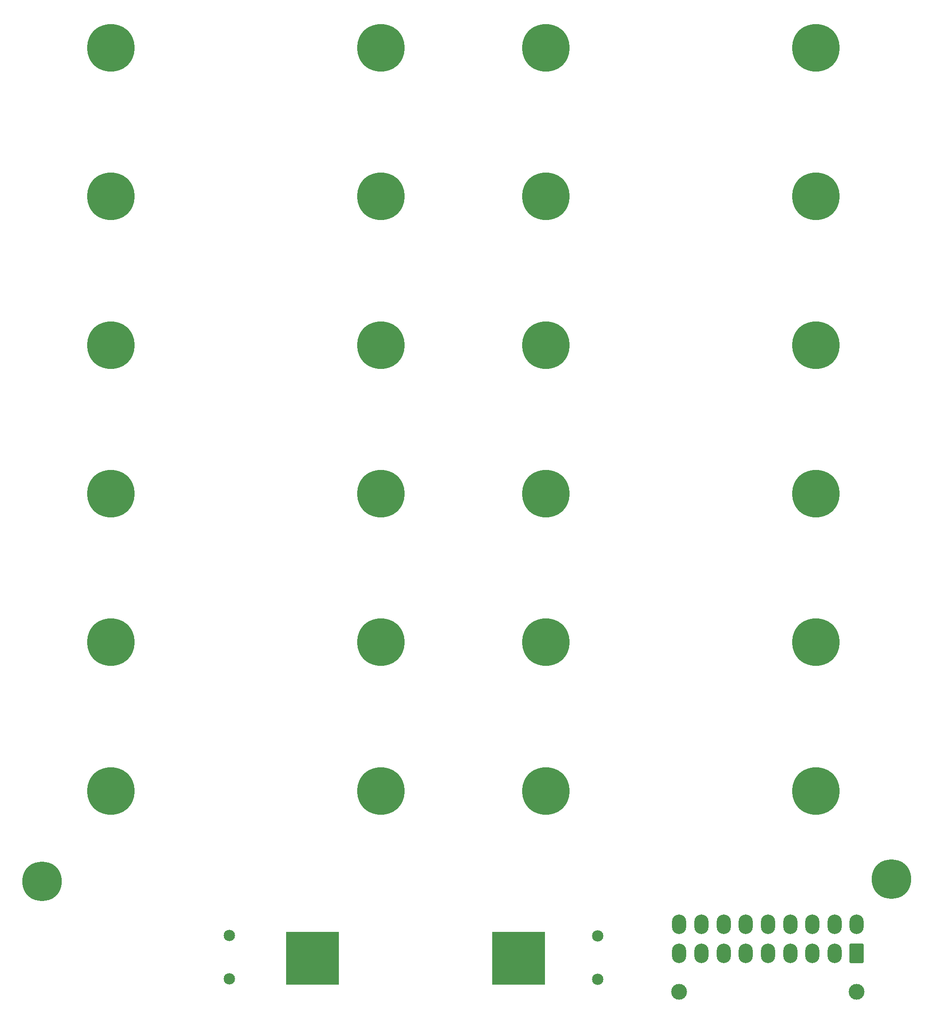
<source format=gts>
G04 #@! TF.GenerationSoftware,KiCad,Pcbnew,8.0.5*
G04 #@! TF.CreationDate,2025-12-20T20:43:01-08:00*
G04 #@! TF.ProjectId,URBAN_CELL_BOARD,55524241-4e5f-4434-954c-4c5f424f4152,rev?*
G04 #@! TF.SameCoordinates,Original*
G04 #@! TF.FileFunction,Soldermask,Top*
G04 #@! TF.FilePolarity,Negative*
%FSLAX46Y46*%
G04 Gerber Fmt 4.6, Leading zero omitted, Abs format (unit mm)*
G04 Created by KiCad (PCBNEW 8.0.5) date 2025-12-20 20:43:01*
%MOMM*%
%LPD*%
G01*
G04 APERTURE LIST*
G04 Aperture macros list*
%AMRoundRect*
0 Rectangle with rounded corners*
0 $1 Rounding radius*
0 $2 $3 $4 $5 $6 $7 $8 $9 X,Y pos of 4 corners*
0 Add a 4 corners polygon primitive as box body*
4,1,4,$2,$3,$4,$5,$6,$7,$8,$9,$2,$3,0*
0 Add four circle primitives for the rounded corners*
1,1,$1+$1,$2,$3*
1,1,$1+$1,$4,$5*
1,1,$1+$1,$6,$7*
1,1,$1+$1,$8,$9*
0 Add four rect primitives between the rounded corners*
20,1,$1+$1,$2,$3,$4,$5,0*
20,1,$1+$1,$4,$5,$6,$7,0*
20,1,$1+$1,$6,$7,$8,$9,0*
20,1,$1+$1,$8,$9,$2,$3,0*%
G04 Aperture macros list end*
%ADD10C,9.000000*%
%ADD11C,2.154000*%
%ADD12C,3.000000*%
%ADD13RoundRect,0.250001X1.099999X1.599999X-1.099999X1.599999X-1.099999X-1.599999X1.099999X-1.599999X0*%
%ADD14O,2.700000X3.700000*%
%ADD15C,7.500000*%
%ADD16C,5.500000*%
%ADD17C,1.200000*%
%ADD18R,10.000000X10.000000*%
G04 APERTURE END LIST*
D10*
G04 #@! TO.C,BT6*
X148629000Y-99751000D03*
X97529000Y-99751000D03*
G04 #@! TD*
G04 #@! TO.C,BT7*
X231029000Y-99751000D03*
X179929000Y-99751000D03*
G04 #@! TD*
D11*
G04 #@! TO.C,J4*
X119945000Y-267787500D03*
X119945000Y-275987500D03*
G04 #@! TD*
D10*
G04 #@! TO.C,BT5*
X148629000Y-127885000D03*
X97529000Y-127885000D03*
G04 #@! TD*
G04 #@! TO.C,BT9*
X231029000Y-156019000D03*
X179929000Y-156019000D03*
G04 #@! TD*
D11*
G04 #@! TO.C,J5*
X189675000Y-267875000D03*
X189675000Y-276075000D03*
G04 #@! TD*
D12*
G04 #@! TO.C,J1*
X238760000Y-278445000D03*
X205160000Y-278445000D03*
D13*
X238760000Y-271145000D03*
D14*
X234560000Y-271145000D03*
X230360000Y-271145000D03*
X226160000Y-271145000D03*
X221960000Y-271145000D03*
X217760000Y-271145000D03*
X213560000Y-271145000D03*
X209360000Y-271145000D03*
X205160000Y-271145000D03*
X238760000Y-265645000D03*
X234560000Y-265645000D03*
X230360000Y-265645000D03*
X226160000Y-265645000D03*
X221960000Y-265645000D03*
X217760000Y-265645000D03*
X213560000Y-265645000D03*
X209360000Y-265645000D03*
X205160000Y-265645000D03*
G04 #@! TD*
D10*
G04 #@! TO.C,BT3*
X148629000Y-184153000D03*
X97529000Y-184153000D03*
G04 #@! TD*
G04 #@! TO.C,BT10*
X231029000Y-184153000D03*
X179929000Y-184153000D03*
G04 #@! TD*
G04 #@! TO.C,BT4*
X148629000Y-156019000D03*
X97529000Y-156019000D03*
G04 #@! TD*
G04 #@! TO.C,BT11*
X231029000Y-212287000D03*
X179929000Y-212287000D03*
G04 #@! TD*
D15*
G04 #@! TO.C,H2*
X245294517Y-257095442D03*
G04 #@! TD*
D16*
G04 #@! TO.C,J2*
X135710000Y-272150000D03*
D17*
X131710000Y-268150000D03*
X131710000Y-270150000D03*
X131710000Y-272150000D03*
X131710000Y-274150000D03*
X131710000Y-276150000D03*
X133710000Y-268150000D03*
X133710000Y-276150000D03*
D18*
X135710000Y-272150000D03*
D17*
X135710001Y-268150000D03*
X135710001Y-276150000D03*
X137710000Y-268150000D03*
X137710000Y-276150000D03*
X139710000Y-268150000D03*
X139710000Y-270150000D03*
X139710000Y-272150000D03*
X139710000Y-274150000D03*
X139710000Y-276150000D03*
G04 #@! TD*
D10*
G04 #@! TO.C,BT1*
X148629000Y-240421000D03*
X97529000Y-240421000D03*
G04 #@! TD*
D16*
G04 #@! TO.C,J3*
X174720000Y-272080000D03*
D17*
X170720000Y-268080000D03*
X170720000Y-270080000D03*
X170720000Y-272080000D03*
X170720000Y-274080000D03*
X170720000Y-276080000D03*
X172720000Y-268080000D03*
X172720000Y-276080000D03*
D18*
X174720000Y-272080000D03*
D17*
X174720001Y-268080000D03*
X174720001Y-276080000D03*
X176720000Y-268080000D03*
X176720000Y-276080000D03*
X178720000Y-268080000D03*
X178720000Y-270080000D03*
X178720000Y-272080000D03*
X178720000Y-274080000D03*
X178720000Y-276080000D03*
G04 #@! TD*
D10*
G04 #@! TO.C,BT12*
X231029000Y-240421000D03*
X179929000Y-240421000D03*
G04 #@! TD*
D15*
G04 #@! TO.C,H1*
X84469848Y-257548072D03*
G04 #@! TD*
D10*
G04 #@! TO.C,BT2*
X148629000Y-212287000D03*
X97529000Y-212287000D03*
G04 #@! TD*
G04 #@! TO.C,BT8*
X231029000Y-127885000D03*
X179929000Y-127885000D03*
G04 #@! TD*
M02*

</source>
